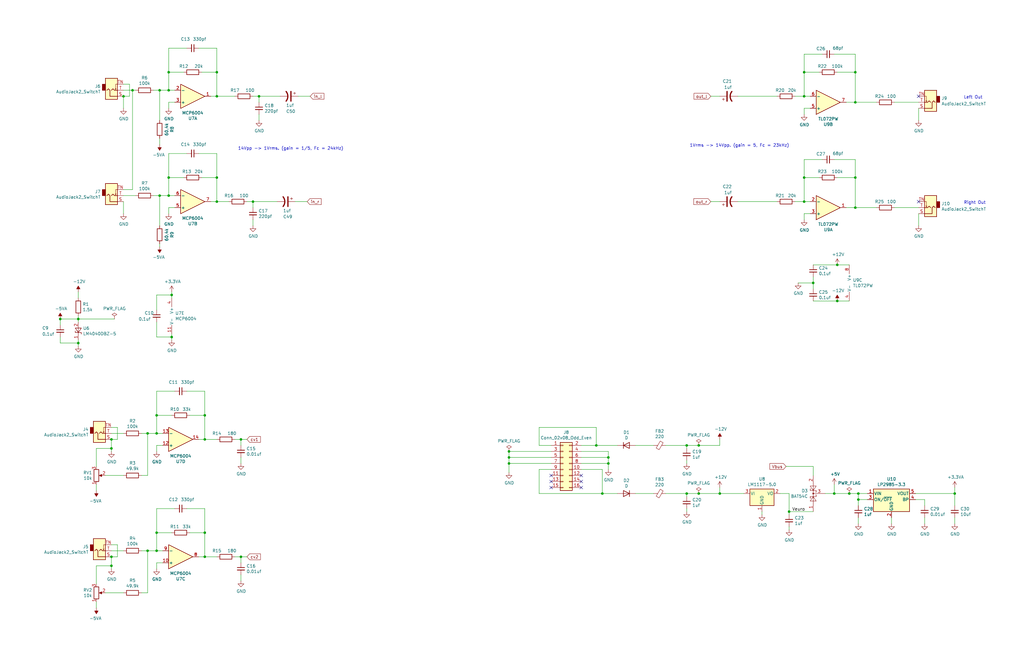
<source format=kicad_sch>
(kicad_sch (version 20211123) (generator eeschema)
  (paper "B")
  (title_block (title "up5k Oscillator Euro ") (date "2021-03-27") (rev "-"))
  (lib_symbols
    (symbol "Amplifier_Operational:MCP6004" (pin_names (offset 0.127))
      (property "Reference" "U" (at 0 5.08 0))
      (property "Value" "MCP6004" (at 0 -5.08 0))
      (symbol "MCP6004_1_1"
        (pin output line (at 7.62 0 180) (length 2.54) (name "~") (number "1"))
        (pin input line (at -7.62 -2.54 0) (length 2.54) (name "-") (number "2"))
        (pin input line (at -7.62 2.54 0) (length 2.54) (name "+") (number "3"))
      )
      (symbol "MCP6004_2_1"
        (pin input line (at -7.62 2.54 0) (length 2.54) (name "+") (number "5"))
        (pin input line (at -7.62 -2.54 0) (length 2.54) (name "-") (number "6"))
        (pin output line (at 7.62 0 180) (length 2.54) (name "~") (number "7"))
      )
      (symbol "MCP6004_3_1"
        (pin input line (at -7.62 2.54 0) (length 2.54) (name "+") (number "10"))
        (pin output line (at 7.62 0 180) (length 2.54) (name "~") (number "8"))
        (pin input line (at -7.62 -2.54 0) (length 2.54) (name "-") (number "9"))
      )
      (symbol "MCP6004_4_1"
        (pin input line (at -7.62 2.54 0) (length 2.54) (name "+") (number "12"))
        (pin input line (at -7.62 -2.54 0) (length 2.54) (name "-") (number "13"))
        (pin output line (at 7.62 0 180) (length 2.54) (name "~") (number "14"))
      )
      (symbol "MCP6004_5_1"
        (pin power_in line (at -2.54 -7.62 90) (length 3.81) (name "V-") (number "11"))
        (pin power_in line (at -2.54 7.62 270) (length 3.81) (name "V+") (number "4"))
      )
    )
    (symbol "Amplifier_Operational:TL082" (pin_names (offset 0.127))
      (property "Reference" "U" (at 0 5.08 0))
      (property "Value" "TL082" (at 0 -5.08 0))
      (symbol "TL082_1_1"
        (pin output line (at 7.62 0 180) (length 2.54) (name "~") (number "1"))
        (pin input line (at -7.62 -2.54 0) (length 2.54) (name "-") (number "2"))
        (pin input line (at -7.62 2.54 0) (length 2.54) (name "+") (number "3"))
      )
      (symbol "TL082_2_1"
        (pin input line (at -7.62 2.54 0) (length 2.54) (name "+") (number "5"))
        (pin input line (at -7.62 -2.54 0) (length 2.54) (name "-") (number "6"))
        (pin output line (at 7.62 0 180) (length 2.54) (name "~") (number "7"))
      )
      (symbol "TL082_3_1"
        (pin power_in line (at -2.54 -7.62 90) (length 3.81) (name "V-") (number "4"))
        (pin power_in line (at -2.54 7.62 270) (length 3.81) (name "V+") (number "8"))
      )
    )
    (symbol "Connector:AudioJack2_SwitchT"
      (property "Reference" "J" (at 0 8.89 0))
      (property "Value" "AudioJack2_SwitchT" (at 0 6.35 0))
      (symbol "AudioJack2_SwitchT_1_1"
        (pin passive line (at 5.08 2.54 180) (length 2.54) (name "~") (number "S"))
        (pin passive line (at 5.08 0 180) (length 2.54) (name "~") (number "T"))
        (pin passive line (at 5.08 -2.54 180) (length 2.54) (name "~") (number "TN"))
      )
    )
    (symbol "Connector_Generic:Conn_02x08_Odd_Even" (pin_names (offset 1.016) hide)
      (property "Reference" "J" (at 1.27 10.16 0))
      (property "Value" "Conn_02x08_Odd_Even" (at 1.27 -12.7 0))
      (symbol "Conn_02x08_Odd_Even_1_1"
        (pin passive line (at -5.08 7.62 0) (length 3.81) (name "Pin_1") (number "1"))
        (pin passive line (at 7.62 -2.54 180) (length 3.81) (name "Pin_10") (number "10"))
        (pin passive line (at -5.08 -5.08 0) (length 3.81) (name "Pin_11") (number "11"))
        (pin passive line (at 7.62 -5.08 180) (length 3.81) (name "Pin_12") (number "12"))
        (pin passive line (at -5.08 -7.62 0) (length 3.81) (name "Pin_13") (number "13"))
        (pin passive line (at 7.62 -7.62 180) (length 3.81) (name "Pin_14") (number "14"))
        (pin passive line (at -5.08 -10.16 0) (length 3.81) (name "Pin_15") (number "15"))
        (pin passive line (at 7.62 -10.16 180) (length 3.81) (name "Pin_16") (number "16"))
        (pin passive line (at 7.62 7.62 180) (length 3.81) (name "Pin_2") (number "2"))
        (pin passive line (at -5.08 5.08 0) (length 3.81) (name "Pin_3") (number "3"))
        (pin passive line (at 7.62 5.08 180) (length 3.81) (name "Pin_4") (number "4"))
        (pin passive line (at -5.08 2.54 0) (length 3.81) (name "Pin_5") (number "5"))
        (pin passive line (at 7.62 2.54 180) (length 3.81) (name "Pin_6") (number "6"))
        (pin passive line (at -5.08 0 0) (length 3.81) (name "Pin_7") (number "7"))
        (pin passive line (at 7.62 0 180) (length 3.81) (name "Pin_8") (number "8"))
        (pin passive line (at -5.08 -2.54 0) (length 3.81) (name "Pin_9") (number "9"))
      )
    )
    (symbol "Device:CP1" (pin_numbers hide) (pin_names (offset 0.254) hide)
      (property "Reference" "C" (at 0.635 2.54 0))
      (property "Value" "Device_CP1" (at 0.635 -2.54 0))
      (symbol "CP1_1_1"
        (pin passive line (at 0 3.81 270) (length 2.794) (name "~") (number "1"))
        (pin passive line (at 0 -3.81 90) (length 3.302) (name "~") (number "2"))
      )
    )
    (symbol "Device:C_Small" (pin_numbers hide) (pin_names (offset 0.254) hide)
      (property "Reference" "C" (at 0.254 1.778 0))
      (property "Value" "C_Small" (at 0.254 -2.032 0))
      (symbol "C_Small_1_1"
        (pin passive line (at 0 2.54 270) (length 2.032) (name "~") (number "1"))
        (pin passive line (at 0 -2.54 90) (length 2.032) (name "~") (number "2"))
      )
    )
    (symbol "Device:D" (pin_numbers hide) (pin_names (offset 1.016) hide)
      (property "Reference" "D" (at 0 2.54 0))
      (property "Value" "D" (at 0 -2.54 0))
      (symbol "D_1_1"
        (pin passive line (at -3.81 0 0) (length 2.54) (name "K") (number "1"))
        (pin passive line (at 3.81 0 180) (length 2.54) (name "A") (number "2"))
      )
    )
    (symbol "Device:Ferrite_Bead_Small" (pin_numbers hide) (pin_names (offset 0))
      (property "Reference" "FB" (at 1.905 1.27 0))
      (property "Value" "Device_Ferrite_Bead_Small" (at 1.905 -1.27 0))
      (symbol "Ferrite_Bead_Small_1_1"
        (pin passive line (at 0 2.54 270) (length 1.27) (name "~") (number "1"))
        (pin passive line (at 0 -2.54 90) (length 1.27) (name "~") (number "2"))
      )
    )
    (symbol "Device:R" (pin_numbers hide) (pin_names (offset 0))
      (property "Reference" "R" (at 2.032 0 90))
      (property "Value" "R" (at 0 0 90))
      (symbol "R_1_1"
        (pin passive line (at 0 3.81 270) (length 1.27) (name "~") (number "1"))
        (pin passive line (at 0 -3.81 90) (length 1.27) (name "~") (number "2"))
      )
    )
    (symbol "Device:R_POT" (pin_names (offset 1.016) hide)
      (property "Reference" "RV" (at -4.445 0 90))
      (property "Value" "Device_R_POT" (at -2.54 0 90))
      (symbol "R_POT_1_1"
        (pin passive line (at 0 3.81 270) (length 1.27) (name "1") (number "1"))
        (pin passive line (at 3.81 0 180) (length 1.27) (name "2") (number "2"))
        (pin passive line (at 0 -3.81 90) (length 1.27) (name "3") (number "3"))
      )
    )
    (symbol "Diode:BAT54C" (pin_names (offset 1.016))
      (property "Reference" "D" (at 0.635 -3.81 0))
      (property "Value" "BAT54C" (at -6.35 3.175 0))
      (symbol "BAT54C_1_1"
        (pin passive line (at -7.62 0 0) (length 3.81) (name "~") (number "1"))
        (pin passive line (at 7.62 0 180) (length 3.81) (name "~") (number "2"))
        (pin passive line (at 0 -5.08 90) (length 5.08) (name "~") (number "3"))
      )
    )
    (symbol "Reference_Voltage:LM4040DBZ-5" (pin_names (offset 0.0254) hide)
      (property "Reference" "U" (at 0 2.54 0))
      (property "Value" "LM4040DBZ-5" (at 0 -3.175 0))
      (symbol "LM4040DBZ-5_1_1"
        (pin passive line (at 3.81 0 180) (length 2.54) (name "K") (number "1"))
        (pin passive line (at -3.81 0 0) (length 2.54) (name "A") (number "2"))
      )
    )
    (symbol "Regulator_Linear:LM1117-5.0" (pin_names (offset 0.254))
      (property "Reference" "U" (at -3.81 3.175 0))
      (property "Value" "LM1117-5.0" (at 0 3.175 0))
      (symbol "LM1117-5.0_1_1"
        (pin power_in line (at 0 -7.62 90) (length 2.54) (name "GND") (number "1"))
        (pin power_out line (at 7.62 0 180) (length 2.54) (name "VO") (number "2"))
        (pin power_in line (at -7.62 0 0) (length 2.54) (name "VI") (number "3"))
      )
    )
    (symbol "Regulator_Linear:LP2985-3.3" (pin_names (offset 0.254))
      (property "Reference" "U" (at -6.35 5.715 0))
      (property "Value" "LP2985-3.3" (at 0 5.715 0))
      (symbol "LP2985-3.3_1_1"
        (pin power_in line (at -10.16 2.54 0) (length 2.54) (name "VIN") (number "1"))
        (pin power_in line (at 0 -7.62 90) (length 2.54) (name "GND") (number "2"))
        (pin input line (at -10.16 0 0) (length 2.54) (name "ON/~{OFF}") (number "3"))
        (pin input line (at 10.16 0 180) (length 2.54) (name "BP") (number "4"))
        (pin power_out line (at 10.16 2.54 180) (length 2.54) (name "VOUT") (number "5"))
      )
    )
    (symbol "power:+12V" (power) (pin_names (offset 0))
      (property "Value" "+12V" (at 0 3.556 0))
      (symbol "+12V_1_1"
        (pin power_in line (at 0 0 90) (length 0) hide (name "+12V") (number "1"))
      )
    )
    (symbol "power:+3.3VA" (power) (pin_names (offset 0))
      (property "Value" "+3.3VA" (at 0 3.556 0))
      (symbol "+3.3VA_1_1"
        (pin power_in line (at 0 0 90) (length 0) hide (name "+3.3VA") (number "1"))
      )
    )
    (symbol "power:+5V" (power) (pin_names (offset 0))
      (property "Value" "+5V" (at 0 3.556 0))
      (symbol "+5V_1_1"
        (pin power_in line (at 0 0 90) (length 0) hide (name "+5V") (number "1"))
      )
    )
    (symbol "power:-12V" (power) (pin_names (offset 0))
      (property "Value" "-12V" (at 0 3.81 0))
      (symbol "-12V_0_0"
        (pin power_in line (at 0 0 90) (length 0) hide (name "-12V") (number "1"))
      )
    )
    (symbol "power:-5VA" (power) (pin_names (offset 0))
      (property "Value" "-5VA" (at 0 3.81 0))
      (symbol "-5VA_0_0"
        (pin power_in line (at 0 0 90) (length 0) hide (name "-5VA") (number "1"))
      )
    )
    (symbol "power:GND" (power) (pin_names (offset 0))
      (property "Value" "GND" (at 0 -3.81 0))
      (symbol "GND_1_1"
        (pin power_in line (at 0 0 270) (length 0) hide (name "GND") (number "1"))
      )
    )
    (symbol "power:PWR_FLAG" (power) (pin_numbers hide) (pin_names (offset 0) hide)
      (property "Value" "PWR_FLAG" (at 0 3.81 0))
      (symbol "PWR_FLAG_0_0"
        (pin power_out line (at 0 0 90) (length 0) (name "pwr") (number "1"))
      )
    )
  )
  (junction (at 332.74 215.9))
  (junction (at 101.6 234.95))
  (junction (at 351.79 208.28))
  (junction (at 91.44 30.48))
  (junction (at 402.59 208.28))
  (junction (at 361.95 210.82))
  (junction (at 66.04 175.26))
  (junction (at 101.6 185.42))
  (junction (at 71.12 82.55))
  (junction (at 86.36 224.79))
  (junction (at 303.53 208.28))
  (junction (at 353.06 111.76))
  (junction (at 72.39 142.24))
  (junction (at 66.04 232.41))
  (junction (at 339.09 74.93))
  (junction (at 289.56 187.96))
  (junction (at 67.31 38.1))
  (junction (at 214.63 195.58))
  (junction (at 360.68 74.93))
  (junction (at 66.04 224.79))
  (junction (at 71.12 74.93))
  (junction (at 46.99 234.95))
  (junction (at 71.12 38.1))
  (junction (at 109.22 40.64))
  (junction (at 254 208.28))
  (junction (at 91.44 85.09))
  (junction (at 46.99 238.76))
  (junction (at 66.04 182.88))
  (junction (at 339.09 30.48))
  (junction (at 86.36 234.95))
  (junction (at 361.95 208.28))
  (junction (at 106.68 85.09))
  (junction (at 342.9 119.38))
  (junction (at 46.99 189.23))
  (junction (at 353.06 127))
  (junction (at 339.09 40.64))
  (junction (at 46.99 185.42))
  (junction (at 52.07 40.64))
  (junction (at 360.68 87.63))
  (junction (at 214.63 193.04))
  (junction (at 72.39 124.46))
  (junction (at 86.36 175.26))
  (junction (at 91.44 40.64))
  (junction (at 360.68 43.18))
  (junction (at 214.63 190.5))
  (junction (at 256.54 193.04))
  (junction (at 294.64 208.28))
  (junction (at 289.56 208.28))
  (junction (at 33.02 144.78))
  (junction (at 67.31 82.55))
  (junction (at 55.88 38.1))
  (junction (at 71.12 30.48))
  (junction (at 91.44 74.93))
  (junction (at 251.46 187.96))
  (junction (at 256.54 195.58))
  (junction (at 358.14 208.28))
  (junction (at 62.23 182.88))
  (junction (at 62.23 232.41))
  (junction (at 33.02 134.62))
  (junction (at 360.68 30.48))
  (junction (at 86.36 185.42))
  (junction (at 294.64 187.96))
  (junction (at 25.4 134.62))
  (junction (at 339.09 85.09))
  (no_connect (at 232.41 200.66))
  (no_connect (at 387.35 85.09))
  (no_connect (at 387.35 40.64))
  (no_connect (at 245.11 200.66))
  (no_connect (at 232.41 203.2))
  (no_connect (at 245.11 205.74))
  (no_connect (at 232.41 205.74))
  (no_connect (at 245.11 203.2))
  (wire (pts (xy 71.12 87.63) (xy 71.12 90.17)))
  (wire (pts (xy 91.44 74.93) (xy 91.44 85.09)))
  (wire (pts (xy 62.23 200.66) (xy 62.23 182.88)))
  (wire (pts (xy 214.63 190.5) (xy 214.63 193.04)))
  (wire (pts (xy 377.19 87.63) (xy 387.35 87.63)))
  (wire (pts (xy 104.14 85.09) (xy 106.68 85.09)))
  (wire (pts (xy 55.88 38.1) (xy 55.88 80.01)))
  (wire (pts (xy 260.35 208.28) (xy 254 208.28)))
  (wire (pts (xy 80.01 175.26) (xy 86.36 175.26)))
  (wire (pts (xy 72.39 142.24) (xy 66.04 142.24)))
  (wire (pts (xy 232.41 198.12) (xy 227.33 198.12)))
  (wire (pts (xy 214.63 195.58) (xy 214.63 199.39)))
  (wire (pts (xy 389.89 210.82) (xy 389.89 213.36)))
  (wire (pts (xy 303.53 187.96) (xy 303.53 185.42)))
  (wire (pts (xy 251.46 180.34) (xy 251.46 187.96)))
  (wire (pts (xy 44.45 200.66) (xy 52.07 200.66)))
  (wire (pts (xy 64.77 38.1) (xy 67.31 38.1)))
  (wire (pts (xy 46.99 232.41) (xy 52.07 232.41)))
  (wire (pts (xy 339.09 22.86) (xy 339.09 30.48)))
  (wire (pts (xy 332.74 215.9) (xy 332.74 217.17)))
  (wire (pts (xy 72.39 143.51) (xy 72.39 142.24)))
  (wire (pts (xy 49.53 185.42) (xy 46.99 185.42)))
  (wire (pts (xy 91.44 40.64) (xy 88.9 40.64)))
  (wire (pts (xy 33.02 144.78) (xy 33.02 143.51)))
  (wire (pts (xy 232.41 193.04) (xy 214.63 193.04)))
  (wire (pts (xy 387.35 45.72) (xy 387.35 50.8)))
  (wire (pts (xy 66.04 142.24) (xy 66.04 135.89)))
  (wire (pts (xy 77.47 74.93) (xy 71.12 74.93)))
  (wire (pts (xy 67.31 82.55) (xy 71.12 82.55)))
  (wire (pts (xy 256.54 193.04) (xy 256.54 195.58)))
  (wire (pts (xy 86.36 185.42) (xy 91.44 185.42)))
  (wire (pts (xy 351.79 22.86) (xy 360.68 22.86)))
  (wire (pts (xy 91.44 30.48) (xy 91.44 40.64)))
  (wire (pts (xy 49.53 229.87) (xy 49.53 234.95)))
  (wire (pts (xy 85.09 74.93) (xy 91.44 74.93)))
  (wire (pts (xy 73.66 165.1) (xy 66.04 165.1)))
  (wire (pts (xy 66.04 165.1) (xy 66.04 175.26)))
  (wire (pts (xy 46.99 180.34) (xy 49.53 180.34)))
  (wire (pts (xy 54.61 35.56) (xy 54.61 40.64)))
  (wire (pts (xy 335.28 85.09) (xy 339.09 85.09)))
  (wire (pts (xy 52.07 82.55) (xy 57.15 82.55)))
  (wire (pts (xy 106.68 40.64) (xy 109.22 40.64)))
  (wire (pts (xy 360.68 43.18) (xy 369.57 43.18)))
  (wire (pts (xy 339.09 90.17) (xy 339.09 92.71)))
  (wire (pts (xy 342.9 127) (xy 353.06 127)))
  (wire (pts (xy 387.35 90.17) (xy 387.35 95.25)))
  (wire (pts (xy 99.06 234.95) (xy 101.6 234.95)))
  (wire (pts (xy 331.47 196.85) (xy 342.9 196.85)))
  (wire (pts (xy 71.12 38.1) (xy 73.66 38.1)))
  (wire (pts (xy 361.95 210.82) (xy 361.95 208.28)))
  (wire (pts (xy 78.74 64.77) (xy 71.12 64.77)))
  (wire (pts (xy 33.02 125.73) (xy 33.02 123.19)))
  (wire (pts (xy 342.9 119.38) (xy 342.9 121.92)))
  (wire (pts (xy 44.45 250.19) (xy 52.07 250.19)))
  (wire (pts (xy 339.09 85.09) (xy 341.63 85.09)))
  (wire (pts (xy 68.58 237.49) (xy 66.04 237.49)))
  (wire (pts (xy 33.02 146.05) (xy 33.02 144.78)))
  (wire (pts (xy 86.36 185.42) (xy 83.82 185.42)))
  (wire (pts (xy 71.12 74.93) (xy 71.12 82.55)))
  (wire (pts (xy 360.68 87.63) (xy 369.57 87.63)))
  (wire (pts (xy 256.54 195.58) (xy 256.54 198.12)))
  (wire (pts (xy 64.77 82.55) (xy 67.31 82.55)))
  (wire (pts (xy 40.64 189.23) (xy 40.64 196.85)))
  (wire (pts (xy 347.98 208.28) (xy 351.79 208.28)))
  (wire (pts (xy 256.54 190.5) (xy 256.54 193.04)))
  (wire (pts (xy 40.64 204.47) (xy 40.64 207.01)))
  (wire (pts (xy 66.04 237.49) (xy 66.04 240.03)))
  (wire (pts (xy 299.72 85.09) (xy 303.53 85.09)))
  (wire (pts (xy 332.74 208.28) (xy 332.74 215.9)))
  (wire (pts (xy 101.6 234.95) (xy 104.14 234.95)))
  (wire (pts (xy 72.39 124.46) (xy 72.39 125.73)))
  (wire (pts (xy 267.97 208.28) (xy 275.59 208.28)))
  (wire (pts (xy 67.31 50.8) (xy 67.31 38.1)))
  (wire (pts (xy 77.47 30.48) (xy 71.12 30.48)))
  (wire (pts (xy 71.12 20.32) (xy 71.12 30.48)))
  (wire (pts (xy 345.44 74.93) (xy 339.09 74.93)))
  (wire (pts (xy 299.72 40.64) (xy 303.53 40.64)))
  (wire (pts (xy 52.07 85.09) (xy 52.07 90.17)))
  (wire (pts (xy 73.66 43.18) (xy 71.12 43.18)))
  (wire (pts (xy 66.04 224.79) (xy 66.04 232.41)))
  (wire (pts (xy 46.99 189.23) (xy 46.99 190.5)))
  (wire (pts (xy 101.6 185.42) (xy 101.6 187.96)))
  (wire (pts (xy 109.22 40.64) (xy 109.22 43.18)))
  (wire (pts (xy 227.33 187.96) (xy 227.33 180.34)))
  (wire (pts (xy 280.67 208.28) (xy 289.56 208.28)))
  (wire (pts (xy 360.68 74.93) (xy 360.68 87.63)))
  (wire (pts (xy 339.09 40.64) (xy 341.63 40.64)))
  (wire (pts (xy 346.71 67.31) (xy 339.09 67.31)))
  (wire (pts (xy 124.46 85.09) (xy 129.54 85.09)))
  (wire (pts (xy 328.93 208.28) (xy 332.74 208.28)))
  (wire (pts (xy 227.33 198.12) (xy 227.33 208.28)))
  (wire (pts (xy 91.44 85.09) (xy 96.52 85.09)))
  (wire (pts (xy 52.07 40.64) (xy 52.07 45.72)))
  (wire (pts (xy 40.64 254) (xy 40.64 256.54)))
  (wire (pts (xy 106.68 85.09) (xy 106.68 87.63)))
  (wire (pts (xy 311.15 40.64) (xy 327.66 40.64)))
  (wire (pts (xy 342.9 119.38) (xy 336.55 119.38)))
  (wire (pts (xy 91.44 40.64) (xy 99.06 40.64)))
  (wire (pts (xy 73.66 87.63) (xy 71.12 87.63)))
  (wire (pts (xy 86.36 234.95) (xy 83.82 234.95)))
  (wire (pts (xy 72.39 123.19) (xy 72.39 124.46)))
  (wire (pts (xy 245.11 193.04) (xy 256.54 193.04)))
  (wire (pts (xy 52.07 38.1) (xy 55.88 38.1)))
  (wire (pts (xy 339.09 45.72) (xy 341.63 45.72)))
  (wire (pts (xy 72.39 224.79) (xy 66.04 224.79)))
  (wire (pts (xy 25.4 134.62) (xy 33.02 134.62)))
  (wire (pts (xy 339.09 74.93) (xy 339.09 85.09)))
  (wire (pts (xy 365.76 210.82) (xy 361.95 210.82)))
  (wire (pts (xy 402.59 208.28) (xy 402.59 213.36)))
  (wire (pts (xy 303.53 208.28) (xy 303.53 205.74)))
  (wire (pts (xy 46.99 185.42) (xy 46.99 189.23)))
  (wire (pts (xy 109.22 40.64) (xy 118.11 40.64)))
  (wire (pts (xy 86.36 214.63) (xy 86.36 224.79)))
  (wire (pts (xy 55.88 38.1) (xy 57.15 38.1)))
  (wire (pts (xy 54.61 40.64) (xy 52.07 40.64)))
  (wire (pts (xy 321.31 215.9) (xy 321.31 217.17)))
  (wire (pts (xy 339.09 30.48) (xy 339.09 40.64)))
  (wire (pts (xy 360.68 22.86) (xy 360.68 30.48)))
  (wire (pts (xy 345.44 30.48) (xy 339.09 30.48)))
  (wire (pts (xy 353.06 127) (xy 358.14 127)))
  (wire (pts (xy 67.31 95.25) (xy 67.31 82.55)))
  (wire (pts (xy 245.11 190.5) (xy 256.54 190.5)))
  (wire (pts (xy 86.36 165.1) (xy 86.36 175.26)))
  (wire (pts (xy 251.46 187.96) (xy 245.11 187.96)))
  (wire (pts (xy 33.02 134.62) (xy 33.02 133.35)))
  (wire (pts (xy 251.46 187.96) (xy 260.35 187.96)))
  (wire (pts (xy 280.67 187.96) (xy 289.56 187.96)))
  (wire (pts (xy 99.06 185.42) (xy 101.6 185.42)))
  (wire (pts (xy 91.44 20.32) (xy 91.44 30.48)))
  (wire (pts (xy 91.44 64.77) (xy 91.44 74.93)))
  (wire (pts (xy 335.28 40.64) (xy 339.09 40.64)))
  (wire (pts (xy 360.68 67.31) (xy 360.68 74.93)))
  (wire (pts (xy 360.68 30.48) (xy 360.68 43.18)))
  (wire (pts (xy 361.95 220.98) (xy 361.95 218.44)))
  (wire (pts (xy 59.69 200.66) (xy 62.23 200.66)))
  (wire (pts (xy 294.64 208.28) (xy 303.53 208.28)))
  (wire (pts (xy 353.06 74.93) (xy 360.68 74.93)))
  (wire (pts (xy 294.64 187.96) (xy 303.53 187.96)))
  (wire (pts (xy 360.68 43.18) (xy 356.87 43.18)))
  (wire (pts (xy 402.59 205.74) (xy 402.59 208.28)))
  (wire (pts (xy 68.58 187.96) (xy 66.04 187.96)))
  (wire (pts (xy 289.56 194.31) (xy 289.56 195.58)))
  (wire (pts (xy 72.39 142.24) (xy 72.39 140.97)))
  (wire (pts (xy 232.41 187.96) (xy 227.33 187.96)))
  (wire (pts (xy 358.14 208.28) (xy 361.95 208.28)))
  (wire (pts (xy 46.99 229.87) (xy 49.53 229.87)))
  (wire (pts (xy 358.14 111.76) (xy 353.06 111.76)))
  (wire (pts (xy 78.74 214.63) (xy 86.36 214.63)))
  (wire (pts (xy 83.82 64.77) (xy 91.44 64.77)))
  (wire (pts (xy 59.69 232.41) (xy 62.23 232.41)))
  (wire (pts (xy 245.11 195.58) (xy 256.54 195.58)))
  (wire (pts (xy 375.92 220.98) (xy 375.92 218.44)))
  (wire (pts (xy 25.4 144.78) (xy 33.02 144.78)))
  (wire (pts (xy 254 208.28) (xy 254 198.12)))
  (wire (pts (xy 101.6 195.58) (xy 101.6 193.04)))
  (wire (pts (xy 232.41 190.5) (xy 214.63 190.5)))
  (wire (pts (xy 33.02 135.89) (xy 33.02 134.62)))
  (wire (pts (xy 353.06 111.76) (xy 342.9 111.76)))
  (wire (pts (xy 62.23 250.19) (xy 62.23 232.41)))
  (wire (pts (xy 78.74 165.1) (xy 86.36 165.1)))
  (wire (pts (xy 25.4 137.16) (xy 25.4 134.62)))
  (wire (pts (xy 46.99 189.23) (xy 40.64 189.23)))
  (wire (pts (xy 101.6 234.95) (xy 101.6 237.49)))
  (wire (pts (xy 72.39 124.46) (xy 66.04 124.46)))
  (wire (pts (xy 25.4 142.24) (xy 25.4 144.78)))
  (wire (pts (xy 49.53 234.95) (xy 46.99 234.95)))
  (wire (pts (xy 342.9 200.66) (xy 342.9 196.85)))
  (wire (pts (xy 66.04 232.41) (xy 68.58 232.41)))
  (wire (pts (xy 232.41 195.58) (xy 214.63 195.58)))
  (wire (pts (xy 402.59 218.44) (xy 402.59 220.98)))
  (wire (pts (xy 71.12 82.55) (xy 73.66 82.55)))
  (wire (pts (xy 101.6 185.42) (xy 104.14 185.42)))
  (wire (pts (xy 361.95 208.28) (xy 365.76 208.28)))
  (wire (pts (xy 360.68 87.63) (xy 356.87 87.63)))
  (wire (pts (xy 71.12 64.77) (xy 71.12 74.93)))
  (wire (pts (xy 106.68 95.25) (xy 106.68 92.71)))
  (wire (pts (xy 46.99 238.76) (xy 40.64 238.76)))
  (wire (pts (xy 67.31 38.1) (xy 71.12 38.1)))
  (wire (pts (xy 289.56 187.96) (xy 289.56 189.23)))
  (wire (pts (xy 386.08 210.82) (xy 389.89 210.82)))
  (wire (pts (xy 91.44 85.09) (xy 88.9 85.09)))
  (wire (pts (xy 71.12 43.18) (xy 71.12 45.72)))
  (wire (pts (xy 67.31 60.96) (xy 67.31 58.42)))
  (wire (pts (xy 33.02 134.62) (xy 48.26 134.62)))
  (wire (pts (xy 86.36 175.26) (xy 86.36 185.42)))
  (wire (pts (xy 361.95 213.36) (xy 361.95 210.82)))
  (wire (pts (xy 346.71 22.86) (xy 339.09 22.86)))
  (wire (pts (xy 83.82 20.32) (xy 91.44 20.32)))
  (wire (pts (xy 245.11 198.12) (xy 254 198.12)))
  (wire (pts (xy 351.79 204.47) (xy 351.79 208.28)))
  (wire (pts (xy 78.74 20.32) (xy 71.12 20.32)))
  (wire (pts (xy 267.97 187.96) (xy 275.59 187.96)))
  (wire (pts (xy 66.04 214.63) (xy 66.04 224.79)))
  (wire (pts (xy 214.63 193.04) (xy 214.63 195.58)))
  (wire (pts (xy 66.04 182.88) (xy 68.58 182.88)))
  (wire (pts (xy 59.69 250.19) (xy 62.23 250.19)))
  (wire (pts (xy 106.68 85.09) (xy 116.84 85.09)))
  (wire (pts (xy 339.09 90.17) (xy 341.63 90.17)))
  (wire (pts (xy 67.31 104.14) (xy 67.31 102.87)))
  (wire (pts (xy 386.08 208.28) (xy 402.59 208.28)))
  (wire (pts (xy 289.56 215.9) (xy 289.56 214.63)))
  (wire (pts (xy 125.73 40.64) (xy 130.81 40.64)))
  (wire (pts (xy 66.04 175.26) (xy 66.04 182.88)))
  (wire (pts (xy 72.39 175.26) (xy 66.04 175.26)))
  (wire (pts (xy 52.07 80.01) (xy 55.88 80.01)))
  (wire (pts (xy 289.56 187.96) (xy 294.64 187.96)))
  (wire (pts (xy 332.74 215.9) (xy 342.9 215.9)))
  (wire (pts (xy 389.89 218.44) (xy 389.89 220.98)))
  (wire (pts (xy 66.04 187.96) (xy 66.04 190.5)))
  (wire (pts (xy 332.74 222.25) (xy 332.74 223.52)))
  (wire (pts (xy 342.9 116.84) (xy 342.9 119.38)))
  (wire (pts (xy 59.69 182.88) (xy 62.23 182.88)))
  (wire (pts (xy 66.04 124.46) (xy 66.04 130.81)))
  (wire (pts (xy 46.99 234.95) (xy 46.99 238.76)))
  (wire (pts (xy 62.23 232.41) (xy 66.04 232.41)))
  (wire (pts (xy 109.22 50.8) (xy 109.22 48.26)))
  (wire (pts (xy 80.01 224.79) (xy 86.36 224.79)))
  (wire (pts (xy 289.56 208.28) (xy 294.64 208.28)))
  (wire (pts (xy 40.64 238.76) (xy 40.64 246.38)))
  (wire (pts (xy 86.36 224.79) (xy 86.36 234.95)))
  (wire (pts (xy 227.33 180.34) (xy 251.46 180.34)))
  (wire (pts (xy 85.09 30.48) (xy 91.44 30.48)))
  (wire (pts (xy 311.15 85.09) (xy 327.66 85.09)))
  (wire (pts (xy 351.79 67.31) (xy 360.68 67.31)))
  (wire (pts (xy 52.07 35.56) (xy 54.61 35.56)))
  (wire (pts (xy 351.79 208.28) (xy 358.14 208.28)))
  (wire (pts (xy 62.23 182.88) (xy 66.04 182.88)))
  (wire (pts (xy 353.06 30.48) (xy 360.68 30.48)))
  (wire (pts (xy 46.99 182.88) (xy 52.07 182.88)))
  (wire (pts (xy 101.6 245.11) (xy 101.6 242.57)))
  (wire (pts (xy 46.99 238.76) (xy 46.99 240.03)))
  (wire (pts (xy 303.53 208.28) (xy 313.69 208.28)))
  (wire (pts (xy 339.09 67.31) (xy 339.09 74.93)))
  (wire (pts (xy 289.56 208.28) (xy 289.56 209.55)))
  (wire (pts (xy 86.36 234.95) (xy 91.44 234.95)))
  (wire (pts (xy 227.33 208.28) (xy 254 208.28)))
  (wire (pts (xy 73.66 214.63) (xy 66.04 214.63)))
  (wire (pts (xy 49.53 180.34) (xy 49.53 185.42)))
  (wire (pts (xy 339.09 45.72) (xy 339.09 48.26)))
  (wire (pts (xy 71.12 30.48) (xy 71.12 38.1)))
  (wire (pts (xy 377.19 43.18) (xy 387.35 43.18)))
  (text "Right Out" (at 406.4 86.36 0) (effects (font (size 1.27 1.27)) (justify left bottom)))
  (text "14Vpp -> 1Vrms. (gain = 1/5, Fc = 24kHz)" (at 100.33 63.5 0) (effects (font (size 1.27 1.27)) (justify left bottom)))
  (text "1Vrms -> 14Vpp. (gain = 5, Fc = 23kHz)" (at 290.83 62.23 0) (effects (font (size 1.27 1.27)) (justify left bottom)))
  (text "Left Out" (at 406.4 41.91 0) (effects (font (size 1.27 1.27)) (justify left bottom)))
  (label "Veuro" (at 334.01 215.9 0))
  (global_label "in_r" (shape input) (at 129.54 85.09 0) (property "Intersheet References" "${INTERSHEET_REFS}" (effects hide)))
  (global_label "out_r" (shape input) (at 299.72 85.09 180) (property "Intersheet References" "${INTERSHEET_REFS}" (effects hide)))
  (global_label "cv2" (shape input) (at 104.14 234.95 0) (property "Intersheet References" "${INTERSHEET_REFS}" (effects hide)))
  (global_label "in_l" (shape input) (at 130.81 40.64 0) (property "Intersheet References" "${INTERSHEET_REFS}" (effects hide)))
  (global_label "Vbus" (shape input) (at 331.47 196.85 180) (property "Intersheet References" "${INTERSHEET_REFS}" (effects hide)))
  (global_label "cv1" (shape input) (at 104.14 185.42 0) (property "Intersheet References" "${INTERSHEET_REFS}" (effects hide)))
  (global_label "out_l" (shape input) (at 299.72 40.64 180) (property "Intersheet References" "${INTERSHEET_REFS}" (effects hide)))
  (symbol (lib_id "Regulator_Linear:LP2985-3.3") (at 375.92 210.82 0) (unit 1)
    (property "Reference" "U10" (at 375.92 202.1332 0))
    (property "Value" "LP2985-3.3" (at 375.92 204.4446 0))
    (property "Footprint" "TO_SOT_Packages_SMD:SOT-23-5" (effects hide))
    (property "Datasheet" "http://www.ti.com/lit/ds/symlink/lp2985.pdf" (effects hide))
  )
  (symbol (lib_id "power:GND") (at 375.92 220.98 0) (unit 1)
    (property "Reference" "#PWR0132" (effects hide))
    (property "Value" "GND" (at 376.047 225.3742 0))
  )
  (symbol (lib_id "power:GND") (at 361.95 220.98 0) (unit 1)
    (property "Reference" "#PWR0133" (effects hide))
    (property "Value" "GND" (at 362.077 225.3742 0))
  )
  (symbol (lib_id "power:GND") (at 389.89 220.98 0) (unit 1)
    (property "Reference" "#PWR0134" (effects hide))
    (property "Value" "GND" (at 390.017 225.3742 0))
  )
  (symbol (lib_id "power:GND") (at 402.59 220.98 0) (unit 1)
    (property "Reference" "#PWR0135" (effects hide))
    (property "Value" "GND" (at 402.717 225.3742 0))
  )
  (symbol (lib_id "Device:C_Small") (at 389.89 215.9 0) (unit 1)
    (property "Reference" "C29" (at 392.2268 214.7316 0) (effects (justify left)))
    (property "Value" "0.01uf" (at 392.2268 217.043 0) (effects (justify left)))
    (property "Footprint" "Capacitors_SMD:C_0603" (effects hide))
  )
  (symbol (lib_id "Device:C_Small") (at 402.59 215.9 0) (unit 1)
    (property "Reference" "C30" (at 404.9268 214.7316 0) (effects (justify left)))
    (property "Value" "10uf" (at 404.9268 217.043 0) (effects (justify left)))
    (property "Footprint" "Capacitors_SMD:C_0805" (effects hide))
  )
  (symbol (lib_id "Device:C_Small") (at 361.95 215.9 0) (unit 1)
    (property "Reference" "C28" (at 364.2868 214.7316 0) (effects (justify left)))
    (property "Value" "1uf" (at 364.2868 217.043 0) (effects (justify left)))
    (property "Footprint" "Capacitors_SMD:C_0603" (effects hide))
  )
  (symbol (lib_id "power:+3.3VA") (at 402.59 205.74 0) (unit 1)
    (property "Reference" "#PWR0136" (effects hide))
    (property "Value" "+3.3VA" (at 402.971 201.3458 0))
  )
  (symbol (lib_id "Connector:AudioJack2_SwitchT") (at 392.43 43.18 180) (unit 1)
    (property "Reference" "J9" (at 397.002 41.4782 0) (effects (justify right)))
    (property "Value" "AudioJack2_SwitchT" (at 397.002 43.7896 0) (effects (justify right)))
    (property "Footprint" "footprints:Jack_3.5mm_QingPu_WQP-PJ398SM_Vertical_CircularHoles" (effects hide))
  )
  (symbol (lib_id "Connector:AudioJack2_SwitchT") (at 41.91 232.41 0) (mirror x) (unit 1)
    (property "Reference" "J5" (at 37.3634 230.7082 0) (effects (justify right)))
    (property "Value" "AudioJack2_SwitchT" (at 37.3634 233.0196 0) (effects (justify right)))
    (property "Footprint" "footprints:Jack_3.5mm_QingPu_WQP-PJ398SM_Vertical_CircularHoles" (effects hide))
  )
  (symbol (lib_id "power:GND") (at 46.99 240.03 0) (unit 1)
    (property "Reference" "#PWR0137" (effects hide))
    (property "Value" "GND" (at 47.117 244.4242 0))
  )
  (symbol (lib_id "Device:R") (at 55.88 232.41 270) (unit 1)
    (property "Reference" "R4" (at 55.88 227.1522 90))
    (property "Value" "100k" (at 55.88 229.4636 90))
    (property "Footprint" "Resistors_SMD:R_0603" (effects hide))
  )
  (symbol (lib_id "Device:R") (at 76.2 224.79 270) (unit 1)
    (property "Reference" "R11" (at 73.66 222.25 90))
    (property "Value" "33k" (at 78.74 222.25 90))
    (property "Footprint" "Resistors_SMD:R_0603" (effects hide))
  )
  (symbol (lib_id "Device:C_Small") (at 76.2 214.63 270) (unit 1)
    (property "Reference" "C12" (at 71.12 210.82 90) (effects (justify left)))
    (property "Value" "330pf" (at 76.2 210.82 90) (effects (justify left)))
    (property "Footprint" "Capacitors_SMD:C_0603" (effects hide))
  )
  (symbol (lib_id "Device:R") (at 55.88 250.19 270) (unit 1)
    (property "Reference" "R5" (at 55.88 244.9322 90))
    (property "Value" "49.9k" (at 55.88 247.2436 90))
    (property "Footprint" "Resistors_SMD:R_0603" (effects hide))
  )
  (symbol (lib_id "Device:R_POT") (at 40.64 250.19 0) (mirror x) (unit 1)
    (property "Reference" "RV2" (at 38.862 249.0216 0) (effects (justify right)))
    (property "Value" "10k" (at 38.862 251.333 0) (effects (justify right)))
    (property "Footprint" "footprints:Potentiometer_TT_P0915N" (effects hide))
  )
  (symbol (lib_id "power:-5VA") (at 40.64 256.54 180) (unit 1)
    (property "Reference" "#PWR0138" (effects hide))
    (property "Value" "-5VA" (at 40.259 260.9342 0))
  )
  (symbol (lib_id "power:GND") (at 66.04 240.03 0) (unit 1)
    (property "Reference" "#PWR0139" (effects hide))
    (property "Value" "GND" (at 66.167 244.4242 0))
  )
  (symbol (lib_id "Device:C_Small") (at 101.6 240.03 0) (unit 1)
    (property "Reference" "C16" (at 103.9368 238.8616 0) (effects (justify left)))
    (property "Value" "0.01uf" (at 103.9368 241.173 0) (effects (justify left)))
    (property "Footprint" "Capacitors_SMD:C_0603" (effects hide))
  )
  (symbol (lib_id "power:GND") (at 101.6 245.11 0) (unit 1)
    (property "Reference" "#PWR0140" (effects hide))
    (property "Value" "GND" (at 101.727 249.5042 0))
  )
  (symbol (lib_id "power:+3.3VA") (at 72.39 123.19 0) (unit 1)
    (property "Reference" "#PWR0141" (effects hide))
    (property "Value" "+3.3VA" (at 72.771 118.7958 0))
  )
  (symbol (lib_id "Device:C_Small") (at 66.04 133.35 0) (unit 1)
    (property "Reference" "C10" (at 60.96 132.08 0) (effects (justify left)))
    (property "Value" "0.1uf" (at 58.42 134.62 0) (effects (justify left)))
    (property "Footprint" "Capacitors_SMD:C_0603" (effects hide))
  )
  (symbol (lib_id "Connector:AudioJack2_SwitchT") (at 41.91 182.88 0) (mirror x) (unit 1)
    (property "Reference" "J4" (at 37.3634 181.1782 0) (effects (justify right)))
    (property "Value" "AudioJack2_SwitchT" (at 37.3634 183.4896 0) (effects (justify right)))
    (property "Footprint" "footprints:Jack_3.5mm_QingPu_WQP-PJ398SM_Vertical_CircularHoles" (effects hide))
  )
  (symbol (lib_id "power:GND") (at 46.99 190.5 0) (unit 1)
    (property "Reference" "#PWR0142" (effects hide))
    (property "Value" "GND" (at 47.117 194.8942 0))
  )
  (symbol (lib_id "Device:R") (at 55.88 182.88 270) (unit 1)
    (property "Reference" "R2" (at 55.88 177.6222 90))
    (property "Value" "100k" (at 55.88 179.9336 90))
    (property "Footprint" "Resistors_SMD:R_0603" (effects hide))
  )
  (symbol (lib_id "Device:R") (at 76.2 175.26 270) (unit 1)
    (property "Reference" "R10" (at 73.66 172.72 90))
    (property "Value" "33k" (at 78.74 172.72 90))
    (property "Footprint" "Resistors_SMD:R_0603" (effects hide))
  )
  (symbol (lib_id "Device:C_Small") (at 76.2 165.1 270) (unit 1)
    (property "Reference" "C11" (at 71.12 161.29 90) (effects (justify left)))
    (property "Value" "330pf" (at 76.2 161.29 90) (effects (justify left)))
    (property "Footprint" "Capacitors_SMD:C_0603" (effects hide))
  )
  (symbol (lib_id "Device:R") (at 55.88 200.66 270) (unit 1)
    (property "Reference" "R3" (at 55.88 195.4022 90))
    (property "Value" "49.9k" (at 55.88 197.7136 90))
    (property "Footprint" "Resistors_SMD:R_0603" (effects hide))
  )
  (symbol (lib_id "Device:R_POT") (at 40.64 200.66 0) (mirror x) (unit 1)
    (property "Reference" "RV1" (at 38.862 199.4916 0) (effects (justify right)))
    (property "Value" "10k" (at 38.862 201.803 0) (effects (justify right)))
    (property "Footprint" "footprints:Potentiometer_TT_P0915N" (effects hide))
  )
  (symbol (lib_id "power:-5VA") (at 40.64 207.01 180) (unit 1)
    (property "Reference" "#PWR0143" (effects hide))
    (property "Value" "-5VA" (at 40.259 211.4042 0))
  )
  (symbol (lib_id "power:GND") (at 66.04 190.5 0) (unit 1)
    (property "Reference" "#PWR0144" (effects hide))
    (property "Value" "GND" (at 66.167 194.8942 0))
  )
  (symbol (lib_id "Device:C_Small") (at 101.6 190.5 0) (unit 1)
    (property "Reference" "C15" (at 103.9368 189.3316 0) (effects (justify left)))
    (property "Value" "0.01uf" (at 103.9368 191.643 0) (effects (justify left)))
    (property "Footprint" "Capacitors_SMD:C_0603" (effects hide))
  )
  (symbol (lib_id "power:GND") (at 101.6 195.58 0) (unit 1)
    (property "Reference" "#PWR0145" (effects hide))
    (property "Value" "GND" (at 101.727 199.9742 0))
  )
  (symbol (lib_id "Connector:AudioJack2_SwitchT") (at 46.99 82.55 0) (mirror x) (unit 1)
    (property "Reference" "J7" (at 42.4434 80.8482 0) (effects (justify right)))
    (property "Value" "AudioJack2_SwitchT" (at 42.4434 83.1596 0) (effects (justify right)))
    (property "Footprint" "footprints:Jack_3.5mm_QingPu_WQP-PJ398SM_Vertical_CircularHoles" (effects hide))
  )
  (symbol (lib_id "power:GND") (at 52.07 90.17 0) (unit 1)
    (property "Reference" "#PWR0146" (effects hide))
    (property "Value" "GND" (at 52.197 94.5642 0))
  )
  (symbol (lib_id "Device:R") (at 60.96 82.55 270) (unit 1)
    (property "Reference" "R7" (at 60.96 77.2922 90))
    (property "Value" "100k" (at 60.96 79.6036 90))
    (property "Footprint" "Resistors_SMD:R_0603" (effects hide))
  )
  (symbol (lib_id "Device:R") (at 81.28 74.93 270) (unit 1)
    (property "Reference" "R13" (at 78.74 72.39 90))
    (property "Value" "20k" (at 83.82 72.39 90))
    (property "Footprint" "Resistors_SMD:R_0603" (effects hide))
  )
  (symbol (lib_id "Device:C_Small") (at 81.28 64.77 270) (unit 1)
    (property "Reference" "C14" (at 76.2 60.96 90) (effects (justify left)))
    (property "Value" "330pf" (at 81.28 60.96 90) (effects (justify left)))
    (property "Footprint" "Capacitors_SMD:C_0603" (effects hide))
  )
  (symbol (lib_id "Device:R") (at 67.31 99.06 180) (unit 1)
    (property "Reference" "R9" (at 72.5678 99.06 90))
    (property "Value" "60.4k" (at 70.2564 99.06 90))
    (property "Footprint" "Resistors_SMD:R_0603" (effects hide))
  )
  (symbol (lib_id "power:-5VA") (at 67.31 104.14 180) (unit 1)
    (property "Reference" "#PWR0147" (effects hide))
    (property "Value" "-5VA" (at 66.929 108.5342 0))
  )
  (symbol (lib_id "power:GND") (at 71.12 90.17 0) (unit 1)
    (property "Reference" "#PWR0148" (effects hide))
    (property "Value" "GND" (at 71.247 94.5642 0))
  )
  (symbol (lib_id "Device:C_Small") (at 106.68 90.17 0) (unit 1)
    (property "Reference" "C17" (at 109.0168 89.0016 0) (effects (justify left)))
    (property "Value" "220pf" (at 109.0168 91.313 0) (effects (justify left)))
    (property "Footprint" "Capacitors_SMD:C_0603" (effects hide))
  )
  (symbol (lib_id "power:GND") (at 106.68 95.25 0) (unit 1)
    (property "Reference" "#PWR0149" (effects hide))
    (property "Value" "GND" (at 106.807 99.6442 0))
  )
  (symbol (lib_id "Amplifier_Operational:MCP6004") (at 81.28 40.64 0) (mirror x) (unit 1)
    (property "Reference" "U7" (at 81.28 49.9618 0))
    (property "Value" "MCP6004" (at 81.28 47.6504 0))
    (property "Footprint" "Housings_SSOP:TSSOP-14_4.4x5mm_Pitch0.65mm" (effects hide))
    (property "Datasheet" "http://www.ti.com/lit/ds/symlink/tl081.pdf" (effects hide))
  )
  (symbol (lib_id "Amplifier_Operational:TL082") (at 349.25 87.63 0) (mirror x) (unit 1)
    (property "Reference" "U9" (at 349.25 96.9518 0))
    (property "Value" "TL072PW" (at 349.25 94.6404 0))
    (property "Footprint" "Housings_SSOP:TSSOP-8_4.4x3mm_Pitch0.65mm" (effects hide))
    (property "Datasheet" "http://www.ti.com/lit/ds/symlink/tl081.pdf" (effects hide))
  )
  (symbol (lib_id "Amplifier_Operational:MCP6004") (at 81.28 85.09 0) (mirror x) (unit 2)
    (property "Reference" "U7" (at 81.28 94.4118 0))
    (property "Value" "MCP6004" (at 81.28 92.1004 0))
    (property "Footprint" "Housings_SSOP:TSSOP-14_4.4x5mm_Pitch0.65mm" (effects hide))
    (property "Datasheet" "http://www.ti.com/lit/ds/symlink/tl081.pdf" (effects hide))
  )
  (symbol (lib_id "Amplifier_Operational:MCP6004") (at 76.2 234.95 0) (mirror x) (unit 3)
    (property "Reference" "U7" (at 76.2 244.2718 0))
    (property "Value" "MCP6004" (at 76.2 241.9604 0))
    (property "Footprint" "Housings_SSOP:TSSOP-14_4.4x5mm_Pitch0.65mm" (effects hide))
    (property "Datasheet" "http://www.ti.com/lit/ds/symlink/tl081.pdf" (effects hide))
  )
  (symbol (lib_id "Amplifier_Operational:MCP6004") (at 76.2 185.42 0) (mirror x) (unit 4)
    (property "Reference" "U7" (at 76.2 194.7418 0))
    (property "Value" "MCP6004" (at 76.2 192.4304 0))
    (property "Footprint" "Housings_SSOP:TSSOP-14_4.4x5mm_Pitch0.65mm" (effects hide))
    (property "Datasheet" "http://www.ti.com/lit/ds/symlink/tl081.pdf" (effects hide))
  )
  (symbol (lib_id "Amplifier_Operational:MCP6004") (at 74.93 133.35 0) (unit 5)
    (property "Reference" "U7" (at 73.8632 132.1816 0) (effects (justify left)))
    (property "Value" "MCP6004" (at 73.8632 134.493 0) (effects (justify left)))
    (property "Footprint" "Housings_SSOP:TSSOP-14_4.4x5mm_Pitch0.65mm" (effects hide))
    (property "Datasheet" "http://www.ti.com/lit/ds/symlink/tl081.pdf" (effects hide))
  )
  (symbol (lib_id "Amplifier_Operational:TL082") (at 349.25 43.18 0) (mirror x) (unit 2)
    (property "Reference" "U9" (at 349.25 52.5018 0))
    (property "Value" "TL072PW" (at 349.25 50.1904 0))
    (property "Footprint" "Housings_SSOP:TSSOP-8_4.4x3mm_Pitch0.65mm" (effects hide))
    (property "Datasheet" "http://www.ti.com/lit/ds/symlink/tl081.pdf" (effects hide))
  )
  (symbol (lib_id "Amplifier_Operational:TL082") (at 360.68 119.38 0) (unit 3)
    (property "Reference" "U9" (at 359.6132 118.2116 0) (effects (justify left)))
    (property "Value" "TL072PW" (at 359.6132 120.523 0) (effects (justify left)))
    (property "Footprint" "Housings_SSOP:TSSOP-8_4.4x3mm_Pitch0.65mm" (effects hide))
    (property "Datasheet" "http://www.ti.com/lit/ds/symlink/tl081.pdf" (effects hide))
  )
  (symbol (lib_id "Connector_Generic:Conn_02x08_Odd_Even") (at 237.49 195.58 0) (unit 1)
    (property "Reference" "J8" (at 238.76 182.4482 0))
    (property "Value" "Conn_02x08_Odd_Even" (at 238.76 184.7596 0))
    (property "Footprint" "footprints:5103308-3" (effects hide))
  )
  (symbol (lib_id "power:GND") (at 214.63 199.39 0) (unit 1)
    (property "Reference" "#PWR0122" (effects hide))
    (property "Value" "GND" (at 214.757 203.7842 0))
  )
  (symbol (lib_id "power:GND") (at 256.54 198.12 0) (unit 1)
    (property "Reference" "#PWR0123" (effects hide))
    (property "Value" "GND" (at 256.667 202.5142 0))
  )
  (symbol (lib_id "Device:D") (at 264.16 187.96 0) (unit 1)
    (property "Reference" "D1" (at 264.16 182.4482 0))
    (property "Value" "D" (at 264.16 184.7596 0))
    (property "Footprint" "Diodes_SMD:D_SMA" (effects hide))
  )
  (symbol (lib_id "Device:D") (at 264.16 208.28 180) (unit 1)
    (property "Reference" "D2" (at 264.16 202.7682 0))
    (property "Value" "D" (at 264.16 205.0796 0))
    (property "Footprint" "Diodes_SMD:D_SMA" (effects hide))
  )
  (symbol (lib_id "Device:C_Small") (at 289.56 191.77 0) (unit 1)
    (property "Reference" "C19" (at 291.8968 190.6016 0) (effects (justify left)))
    (property "Value" "1uf" (at 291.8968 192.913 0) (effects (justify left)))
    (property "Footprint" "Capacitors_SMD:C_0603" (effects hide))
  )
  (symbol (lib_id "Device:C_Small") (at 289.56 212.09 0) (unit 1)
    (property "Reference" "C20" (at 291.8968 210.9216 0) (effects (justify left)))
    (property "Value" "1uf" (at 291.8968 213.233 0) (effects (justify left)))
    (property "Footprint" "Capacitors_SMD:C_0603" (effects hide))
  )
  (symbol (lib_id "power:GND") (at 289.56 195.58 0) (unit 1)
    (property "Reference" "#PWR0124" (effects hide))
    (property "Value" "GND" (at 289.687 199.9742 0))
  )
  (symbol (lib_id "power:GND") (at 289.56 215.9 0) (unit 1)
    (property "Reference" "#PWR0125" (effects hide))
    (property "Value" "GND" (at 289.687 220.2942 0))
  )
  (symbol (lib_id "Device:Ferrite_Bead_Small") (at 278.13 187.96 270) (unit 1)
    (property "Reference" "FB2" (at 278.13 181.9402 90))
    (property "Value" "220" (at 278.13 184.2516 90))
    (property "Footprint" "Resistors_SMD:R_0805" (effects hide))
  )
  (symbol (lib_id "Device:Ferrite_Bead_Small") (at 278.13 208.28 270) (unit 1)
    (property "Reference" "FB3" (at 278.13 202.2602 90))
    (property "Value" "220" (at 278.13 204.5716 90))
    (property "Footprint" "Resistors_SMD:R_0805" (effects hide))
  )
  (symbol (lib_id "power:+12V") (at 303.53 205.74 0) (unit 1)
    (property "Reference" "#PWR0126" (effects hide))
    (property "Value" "+12V" (at 303.911 201.3458 0))
  )
  (symbol (lib_id "power:-12V") (at 303.53 185.42 0) (unit 1)
    (property "Reference" "#PWR0127" (effects hide))
    (property "Value" "-12V" (at 303.911 181.0258 0))
  )
  (symbol (lib_id "power:GND") (at 321.31 217.17 0) (unit 1)
    (property "Reference" "#PWR0128" (effects hide))
    (property "Value" "GND" (at 321.437 221.5642 0))
  )
  (symbol (lib_id "Device:C_Small") (at 332.74 219.71 0) (unit 1)
    (property "Reference" "C23" (at 335.0768 218.5416 0) (effects (justify left)))
    (property "Value" "1uf" (at 335.0768 220.853 0) (effects (justify left)))
    (property "Footprint" "Capacitors_SMD:C_0603" (effects hide))
  )
  (symbol (lib_id "power:GND") (at 332.74 223.52 0) (unit 1)
    (property "Reference" "#PWR0129" (effects hide))
    (property "Value" "GND" (at 332.867 227.9142 0))
  )
  (symbol (lib_id "power:+5V") (at 351.79 204.47 0) (unit 1)
    (property "Reference" "#PWR0130" (effects hide))
    (property "Value" "+5V" (at 352.171 200.0758 0))
  )
  (symbol (lib_id "power:PWR_FLAG") (at 294.64 208.28 0) (unit 1)
    (property "Reference" "#FLG0101" (effects hide))
    (property "Value" "PWR_FLAG" (at 294.64 203.8858 0))
  )
  (symbol (lib_id "power:PWR_FLAG") (at 294.64 187.96 0) (unit 1)
    (property "Reference" "#FLG0102" (effects hide))
    (property "Value" "PWR_FLAG" (at 294.64 183.5658 0))
  )
  (symbol (lib_id "power:PWR_FLAG") (at 214.63 190.5 0) (unit 1)
    (property "Reference" "#FLG0103" (effects hide))
    (property "Value" "PWR_FLAG" (at 214.63 186.1058 0))
  )
  (symbol (lib_id "power:GND") (at 72.39 143.51 0) (unit 1)
    (property "Reference" "#PWR0131" (effects hide))
    (property "Value" "GND" (at 72.517 147.9042 0))
  )
  (symbol (lib_id "Device:R") (at 60.96 38.1 270) (unit 1)
    (property "Reference" "R6" (at 60.96 32.8422 90))
    (property "Value" "100k" (at 60.96 35.1536 90))
    (property "Footprint" "Resistors_SMD:R_0603" (effects hide))
  )
  (symbol (lib_id "Device:R") (at 81.28 30.48 270) (unit 1)
    (property "Reference" "R12" (at 77.47 27.94 90))
    (property "Value" "20k" (at 83.82 27.94 90))
    (property "Footprint" "Resistors_SMD:R_0603" (effects hide))
  )
  (symbol (lib_id "Device:C_Small") (at 81.28 20.32 270) (unit 1)
    (property "Reference" "C13" (at 76.2 16.51 90) (effects (justify left)))
    (property "Value" "330pf" (at 81.28 16.51 90) (effects (justify left)))
    (property "Footprint" "Capacitors_SMD:C_0603" (effects hide))
  )
  (symbol (lib_id "power:GND") (at 71.12 45.72 0) (unit 1)
    (property "Reference" "#PWR0150" (effects hide))
    (property "Value" "GND" (at 71.247 50.1142 0))
  )
  (symbol (lib_id "Device:C_Small") (at 109.22 45.72 0) (unit 1)
    (property "Reference" "C18" (at 111.5568 44.5516 0) (effects (justify left)))
    (property "Value" "220pf" (at 111.5568 46.863 0) (effects (justify left)))
    (property "Footprint" "Capacitors_SMD:C_0603" (effects hide))
  )
  (symbol (lib_id "power:GND") (at 109.22 50.8 0) (unit 1)
    (property "Reference" "#PWR0151" (effects hide))
    (property "Value" "GND" (at 109.347 55.1942 0))
  )
  (symbol (lib_id "Reference_Voltage:LM4040DBZ-5") (at 33.02 139.7 270) (unit 1)
    (property "Reference" "U6" (at 35.0012 138.5316 90) (effects (justify left)))
    (property "Value" "LM4040DBZ-5" (at 35.0012 140.843 90) (effects (justify left)))
    (property "Footprint" "Package_TO_SOT_SMD:SOT-23" (effects hide))
    (property "Datasheet" "http://www.ti.com/lit/ds/symlink/lm4040-n.pdf" (effects hide))
  )
  (symbol (lib_id "power:-12V") (at 33.02 123.19 0) (unit 1)
    (property "Reference" "#PWR0152" (effects hide))
    (property "Value" "-12V" (at 33.401 118.7958 0))
  )
  (symbol (lib_id "Device:R") (at 33.02 129.54 180) (unit 1)
    (property "Reference" "R1" (at 34.798 128.3716 0) (effects (justify right)))
    (property "Value" "1.5k" (at 34.798 130.683 0) (effects (justify right)))
    (property "Footprint" "Resistors_SMD:R_0603" (effects hide))
  )
  (symbol (lib_id "power:GND") (at 33.02 146.05 0) (unit 1)
    (property "Reference" "#PWR0153" (effects hide))
    (property "Value" "GND" (at 33.147 150.4442 0))
  )
  (symbol (lib_id "power:-5VA") (at 25.4 134.62 0) (unit 1)
    (property "Reference" "#PWR0154" (effects hide))
    (property "Value" "-5VA" (at 25.781 130.2258 0))
  )
  (symbol (lib_id "Device:C_Small") (at 25.4 139.7 0) (unit 1)
    (property "Reference" "C9" (at 17.78 138.43 0) (effects (justify left)))
    (property "Value" "0.1uf" (at 17.78 140.97 0) (effects (justify left)))
    (property "Footprint" "Capacitors_SMD:C_0603" (effects hide))
  )
  (symbol (lib_id "Device:CP1") (at 307.34 40.64 90) (unit 1)
    (property "Reference" "C21" (at 308.61 34.29 90) (effects (justify left)))
    (property "Value" "1uf" (at 308.61 36.83 90) (effects (justify left)))
    (property "Footprint" "Capacitors_SMD:CP_Elec_4x5.3" (effects hide))
  )
  (symbol (lib_id "Device:R") (at 331.47 40.64 270) (unit 1)
    (property "Reference" "R20" (at 328.93 38.1 90))
    (property "Value" "20k" (at 334.01 38.1 90))
    (property "Footprint" "Resistors_SMD:R_0603" (effects hide))
  )
  (symbol (lib_id "Device:R") (at 349.25 30.48 270) (unit 1)
    (property "Reference" "R22" (at 346.71 27.94 90))
    (property "Value" "100k" (at 353.06 27.94 90))
    (property "Footprint" "Resistors_SMD:R_0603" (effects hide))
  )
  (symbol (lib_id "Device:C_Small") (at 349.25 22.86 90) (unit 1)
    (property "Reference" "C26" (at 348.0816 20.5232 90) (effects (justify left)))
    (property "Value" "68pf" (at 355.6 20.32 90) (effects (justify left)))
    (property "Footprint" "Capacitors_SMD:C_0603" (effects hide))
  )
  (symbol (lib_id "Device:R") (at 373.38 43.18 270) (unit 1)
    (property "Reference" "R24" (at 370.84 40.64 90))
    (property "Value" "100" (at 375.92 40.64 90))
    (property "Footprint" "Resistors_SMD:R_0603" (effects hide))
  )
  (symbol (lib_id "power:GND") (at 339.09 48.26 0) (unit 1)
    (property "Reference" "#PWR0156" (effects hide))
    (property "Value" "GND" (at 339.217 52.6542 0))
  )
  (symbol (lib_id "power:GND") (at 387.35 50.8 0) (unit 1)
    (property "Reference" "#PWR0157" (effects hide))
    (property "Value" "GND" (at 387.477 55.1942 0))
  )
  (symbol (lib_id "Connector:AudioJack2_SwitchT") (at 392.43 87.63 180) (unit 1)
    (property "Reference" "J10" (at 397.002 85.9282 0) (effects (justify right)))
    (property "Value" "AudioJack2_SwitchT" (at 397.002 88.2396 0) (effects (justify right)))
    (property "Footprint" "footprints:Jack_3.5mm_QingPu_WQP-PJ398SM_Vertical_CircularHoles" (effects hide))
  )
  (symbol (lib_id "Device:CP1") (at 307.34 85.09 90) (unit 1)
    (property "Reference" "C22" (at 308.61 78.74 90) (effects (justify left)))
    (property "Value" "1uf" (at 308.61 81.28 90) (effects (justify left)))
    (property "Footprint" "Capacitors_SMD:CP_Elec_4x5.3" (effects hide))
  )
  (symbol (lib_id "Device:R") (at 331.47 85.09 270) (unit 1)
    (property "Reference" "R21" (at 328.93 82.55 90))
    (property "Value" "20k" (at 334.01 82.55 90))
    (property "Footprint" "Resistors_SMD:R_0603" (effects hide))
  )
  (symbol (lib_id "Device:R") (at 349.25 74.93 270) (unit 1)
    (property "Reference" "R23" (at 346.71 72.39 90))
    (property "Value" "100k" (at 353.06 72.39 90))
    (property "Footprint" "Resistors_SMD:R_0603" (effects hide))
  )
  (symbol (lib_id "Device:C_Small") (at 349.25 67.31 90) (unit 1)
    (property "Reference" "C27" (at 348.0816 64.9732 90) (effects (justify left)))
    (property "Value" "68pf" (at 355.6 64.77 90) (effects (justify left)))
    (property "Footprint" "Capacitors_SMD:C_0603" (effects hide))
  )
  (symbol (lib_id "Device:R") (at 373.38 87.63 270) (unit 1)
    (property "Reference" "R25" (at 370.84 85.09 90))
    (property "Value" "100" (at 375.92 85.09 90))
    (property "Footprint" "Resistors_SMD:R_0603" (effects hide))
  )
  (symbol (lib_id "power:GND") (at 339.09 92.71 0) (unit 1)
    (property "Reference" "#PWR0159" (effects hide))
    (property "Value" "GND" (at 339.217 97.1042 0))
  )
  (symbol (lib_id "power:GND") (at 387.35 95.25 0) (unit 1)
    (property "Reference" "#PWR0160" (effects hide))
    (property "Value" "GND" (at 387.477 99.6442 0))
  )
  (symbol (lib_id "Device:C_Small") (at 342.9 114.3 0) (unit 1)
    (property "Reference" "C24" (at 345.2368 113.1316 0) (effects (justify left)))
    (property "Value" "0.1uf" (at 345.2368 115.443 0) (effects (justify left)))
    (property "Footprint" "Capacitors_SMD:C_0603" (effects hide))
  )
  (symbol (lib_id "Device:C_Small") (at 342.9 124.46 0) (unit 1)
    (property "Reference" "C25" (at 345.2368 123.2916 0) (effects (justify left)))
    (property "Value" "0.1uf" (at 345.2368 125.603 0) (effects (justify left)))
    (property "Footprint" "Capacitors_SMD:C_0603" (effects hide))
  )
  (symbol (lib_id "power:GND") (at 336.55 119.38 0) (unit 1)
    (property "Reference" "#PWR0161" (effects hide))
    (property "Value" "GND" (at 336.677 123.7742 0))
  )
  (symbol (lib_id "power:-12V") (at 353.06 127 0) (unit 1)
    (property "Reference" "#PWR0162" (effects hide))
    (property "Value" "-12V" (at 353.441 122.6058 0))
  )
  (symbol (lib_id "power:+12V") (at 353.06 111.76 0) (unit 1)
    (property "Reference" "#PWR0163" (effects hide))
    (property "Value" "+12V" (at 353.441 107.3658 0))
  )
  (symbol (lib_id "power:PWR_FLAG") (at 48.26 134.62 0) (unit 1)
    (property "Reference" "#FLG0104" (effects hide))
    (property "Value" "PWR_FLAG" (at 48.26 130.2258 0))
  )
  (symbol (lib_id "Connector:AudioJack2_SwitchT") (at 46.99 38.1 0) (mirror x) (unit 1)
    (property "Reference" "J6" (at 42.4434 36.3982 0) (effects (justify right)))
    (property "Value" "AudioJack2_SwitchT" (at 42.4434 38.7096 0) (effects (justify right)))
    (property "Footprint" "footprints:Jack_3.5mm_QingPu_WQP-PJ398SM_Vertical_CircularHoles" (effects hide))
  )
  (symbol (lib_id "power:GND") (at 52.07 45.72 0) (unit 1)
    (property "Reference" "#PWR0164" (effects hide))
    (property "Value" "GND" (at 52.197 50.1142 0))
  )
  (symbol (lib_id "power:-5VA") (at 67.31 60.96 180) (unit 1)
    (property "Reference" "#PWR0165" (effects hide))
    (property "Value" "-5VA" (at 66.929 65.3542 0))
  )
  (symbol (lib_id "Device:R") (at 67.31 54.61 180) (unit 1)
    (property "Reference" "R8" (at 72.5678 54.61 90))
    (property "Value" "60.4k" (at 70.2564 54.61 90))
    (property "Footprint" "Resistors_SMD:R_0603" (effects hide))
  )
  (symbol (lib_id "Device:R") (at 102.87 40.64 270) (unit 1)
    (property "Reference" "R17" (at 99.06 38.1 90))
    (property "Value" "100" (at 105.41 38.1 90))
    (property "Footprint" "Resistors_SMD:R_0603" (effects hide))
  )
  (symbol (lib_id "Device:R") (at 100.33 85.09 270) (unit 1)
    (property "Reference" "R16" (at 96.52 82.55 90))
    (property "Value" "100" (at 102.87 82.55 90))
    (property "Footprint" "Resistors_SMD:R_0603" (effects hide))
  )
  (symbol (lib_id "Regulator_Linear:LM1117-5.0") (at 321.31 208.28 0) (unit 1)
    (property "Reference" "U8" (at 321.31 202.1332 0))
    (property "Value" "LM1117-5.0" (at 321.31 204.4446 0))
    (property "Footprint" "TO_SOT_Packages_SMD:SOT-223-3_TabPin2" (effects hide))
    (property "Datasheet" "http://www.ti.com/lit/ds/symlink/lm1117.pdf" (effects hide))
  )
  (symbol (lib_id "Device:R") (at 95.25 185.42 270) (unit 1)
    (property "Reference" "R14" (at 91.44 182.88 90))
    (property "Value" "180" (at 97.79 182.88 90))
    (property "Footprint" "Resistors_SMD:R_0603" (effects hide))
  )
  (symbol (lib_id "Device:R") (at 95.25 234.95 270) (unit 1)
    (property "Reference" "R15" (at 91.44 232.41 90))
    (property "Value" "180" (at 97.79 232.41 90))
    (property "Footprint" "Resistors_SMD:R_0603" (effects hide))
  )
  (symbol (lib_id "Device:CP1") (at 121.92 40.64 270) (unit 1)
    (property "Reference" "C50" (at 120.65 46.99 90) (effects (justify left)))
    (property "Value" "1uf" (at 120.65 44.45 90) (effects (justify left)))
    (property "Footprint" "Capacitors_SMD:CP_Elec_4x5.3" (effects hide))
  )
  (symbol (lib_id "Device:CP1") (at 120.65 85.09 270) (unit 1)
    (property "Reference" "C49" (at 119.38 91.44 90) (effects (justify left)))
    (property "Value" "1uf" (at 119.38 88.9 90) (effects (justify left)))
    (property "Footprint" "Capacitors_SMD:CP_Elec_4x5.3" (effects hide))
  )
  (symbol (lib_id "Diode:BAT54C") (at 342.9 208.28 90) (unit 1)
    (property "Reference" "D3" (at 340.6648 207.1116 90) (effects (justify left)))
    (property "Value" "BAT54C" (at 340.6648 209.423 90) (effects (justify left)))
    (property "Footprint" "Package_TO_SOT_SMD:SOT-23" (effects hide))
    (property "Datasheet" "http://www.diodes.com/_files/datasheets/ds11005.pdf" (effects hide))
  )
  (symbol (lib_id "power:PWR_FLAG") (at 358.14 208.28 0) (unit 1)
    (property "Reference" "#FLG0105" (effects hide))
    (property "Value" "PWR_FLAG" (at 358.14 203.8858 0))
  )
)
</source>
